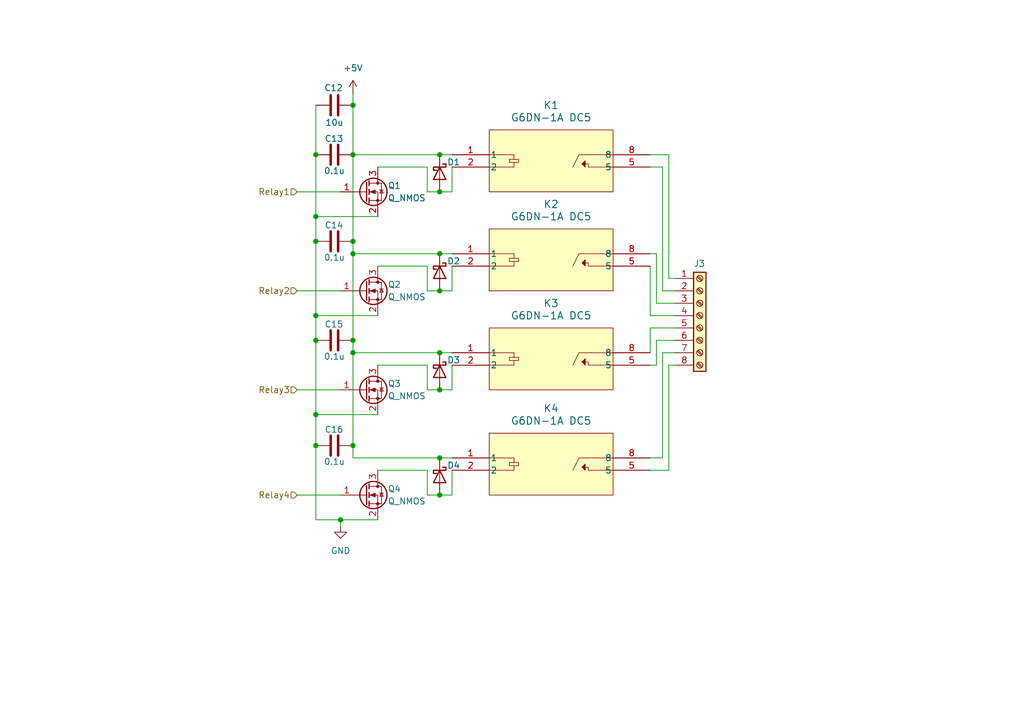
<source format=kicad_sch>
(kicad_sch (version 20250114) (generator "eeschema") (generator_version "9.0")
  (paper "A5")
  (title_block (title "Relays") (date "2026-02-15") (rev "2") (company "VIP Lightning From the Edge of Space"))
  (lib_symbols
    (symbol "Connector:Screw_Terminal_01x08" (pin_names (offset 1.016) (hide yes))
      (property "Reference" "J" (at 0 10.16 0))
      (property "Value" "Screw_Terminal_01x08" (at 0 -12.7 0))
      (symbol "Screw_Terminal_01x08_1_1"
        (rectangle (start -1.27 8.89) (end 1.27 -11.43) (stroke (width 0.254)) (fill (type background)))
        (polyline (pts (xy -0.5334 7.9502) (xy 0.3302 7.112)) (stroke (width 0.1524)))
        (polyline (pts (xy -0.5334 5.4102) (xy 0.3302 4.572)) (stroke (width 0.1524)))
        (polyline (pts (xy -0.5334 2.8702) (xy 0.3302 2.032)) (stroke (width 0.1524)))
        (polyline (pts (xy -0.5334 0.3302) (xy 0.3302 -0.508)) (stroke (width 0.1524)))
        (polyline (pts (xy -0.5334 -2.2098) (xy 0.3302 -3.048)) (stroke (width 0.1524)))
        (polyline (pts (xy -0.5334 -4.7498) (xy 0.3302 -5.588)) (stroke (width 0.1524)))
        (polyline (pts (xy -0.5334 -7.2898) (xy 0.3302 -8.128)) (stroke (width 0.1524)))
        (polyline (pts (xy -0.5334 -9.8298) (xy 0.3302 -10.668)) (stroke (width 0.1524)))
        (polyline (pts (xy -0.3556 8.128) (xy 0.508 7.2898)) (stroke (width 0.1524)))
        (polyline (pts (xy -0.3556 5.588) (xy 0.508 4.7498)) (stroke (width 0.1524)))
        (polyline (pts (xy -0.3556 3.048) (xy 0.508 2.2098)) (stroke (width 0.1524)))
        (polyline (pts (xy -0.3556 0.508) (xy 0.508 -0.3302)) (stroke (width 0.1524)))
        (polyline (pts (xy -0.3556 -2.032) (xy 0.508 -2.8702)) (stroke (width 0.1524)))
        (polyline (pts (xy -0.3556 -4.572) (xy 0.508 -5.4102)) (stroke (width 0.1524)))
        (polyline (pts (xy -0.3556 -7.112) (xy 0.508 -7.9502)) (stroke (width 0.1524)))
        (polyline (pts (xy -0.3556 -9.652) (xy 0.508 -10.4902)) (stroke (width 0.1524)))
        (circle (center 0 7.62) (radius 0.635) (stroke (width 0.1524)))
        (circle (center 0 5.08) (radius 0.635) (stroke (width 0.1524)))
        (circle (center 0 2.54) (radius 0.635) (stroke (width 0.1524)))
        (circle (center 0 0) (radius 0.635) (stroke (width 0.1524)))
        (circle (center 0 -2.54) (radius 0.635) (stroke (width 0.1524)))
        (circle (center 0 -5.08) (radius 0.635) (stroke (width 0.1524)))
        (circle (center 0 -7.62) (radius 0.635) (stroke (width 0.1524)))
        (circle (center 0 -10.16) (radius 0.635) (stroke (width 0.1524)))
        (pin passive line (at -5.08 7.62 0) (length 3.81) (name "Pin_1") (number "1"))
        (pin passive line (at -5.08 5.08 0) (length 3.81) (name "Pin_2") (number "2"))
        (pin passive line (at -5.08 2.54 0) (length 3.81) (name "Pin_3") (number "3"))
        (pin passive line (at -5.08 0 0) (length 3.81) (name "Pin_4") (number "4"))
        (pin passive line (at -5.08 -2.54 0) (length 3.81) (name "Pin_5") (number "5"))
        (pin passive line (at -5.08 -5.08 0) (length 3.81) (name "Pin_6") (number "6"))
        (pin passive line (at -5.08 -7.62 0) (length 3.81) (name "Pin_7") (number "7"))
        (pin passive line (at -5.08 -10.16 0) (length 3.81) (name "Pin_8") (number "8"))
      )
    )
    (symbol "Device:C" (pin_numbers (hide yes)) (pin_names (offset 0.254))
      (property "Reference" "C" (at 0.635 2.54 0))
      (property "Value" "C" (at 0.635 -2.54 0))
      (symbol "C_0_1"
        (polyline (pts (xy -2.032 0.762) (xy 2.032 0.762)) (stroke (width 0.508)))
        (polyline (pts (xy -2.032 -0.762) (xy 2.032 -0.762)) (stroke (width 0.508)))
      )
      (symbol "C_1_1"
        (pin passive line (at 0 3.81 270) (length 2.794) (name "~") (number "1"))
        (pin passive line (at 0 -3.81 90) (length 2.794) (name "~") (number "2"))
      )
    )
    (symbol "Device:D_Schottky" (pin_numbers (hide yes)) (pin_names (offset 1.016) (hide yes))
      (property "Reference" "D" (at 0 2.54 0))
      (property "Value" "D_Schottky" (at 0 -2.54 0))
      (symbol "D_Schottky_0_1"
        (polyline (pts (xy -1.905 0.635) (xy -1.905 1.27) (xy -1.27 1.27) (xy -1.27 -1.27) (xy -0.635 -1.27) (xy -0.635 -0.635)) (stroke (width 0.254)))
        (polyline (pts (xy 1.27 1.27) (xy 1.27 -1.27) (xy -1.27 0) (xy 1.27 1.27)) (stroke (width 0.254)))
        (polyline (pts (xy 1.27 0) (xy -1.27 0)))
      )
      (symbol "D_Schottky_1_1"
        (pin passive line (at -3.81 0 0) (length 2.54) (name "K") (number "1"))
        (pin passive line (at 3.81 0 180) (length 2.54) (name "A") (number "2"))
      )
    )
    (symbol "LEOS:G6DN-1A_DC5" (pin_names (offset 0.254))
      (property "Reference" "K1" (at 20.32 10.16 0))
      (property "Value" "G6DN-1A DC5" (at 20.32 7.62 0))
      (symbol "G6DN-1A_DC5_0_1"
        (polyline (pts (xy 7.62 0) (xy 12.7 0)) (stroke (width 0.127)))
        (polyline (pts (xy 7.62 -2.54) (xy 12.7 -2.54)) (stroke (width 0.127)))
        (polyline (pts (xy 11.7475 -0.9525) (xy 11.7475 -1.5875)) (stroke (width 0.127)))
        (polyline (pts (xy 11.7475 -0.9525) (xy 13.6525 -0.9525)) (stroke (width 0.127)))
        (polyline (pts (xy 11.7475 -1.5875) (xy 13.6525 -1.5875)) (stroke (width 0.127)))
        (polyline (pts (xy 12.7 0) (xy 12.7 -0.9525)) (stroke (width 0.127)))
        (polyline (pts (xy 12.7 -2.54) (xy 12.7 -1.5875)) (stroke (width 0.127)))
        (polyline (pts (xy 13.6525 -0.9525) (xy 13.6525 -1.5875)) (stroke (width 0.127)))
        (polyline (pts (xy 26.035 0) (xy 24.765 -2.54)) (stroke (width 0.127)))
        (polyline (pts (xy 26.67 -1.905) (xy 27.305 -1.27)) (stroke (width 0.127)))
        (polyline (pts (xy 26.67 -1.905) (xy 27.305 -2.54)) (stroke (width 0.127)))
        (polyline (pts (xy 26.67 -1.905) (xy 27.305 -1.27) (xy 27.305 -2.54)) (fill (type outline)))
        (polyline (pts (xy 27.305 -1.27) (xy 27.305 -2.54)) (stroke (width 0.127)))
        (polyline (pts (xy 27.305 -1.905) (xy 27.94 -1.905)) (stroke (width 0.127)))
        (polyline (pts (xy 27.94 -2.54) (xy 27.94 -1.905)) (stroke (width 0.127)))
        (polyline (pts (xy 27.94 -2.54) (xy 33.02 -2.54)) (stroke (width 0.127)))
        (polyline (pts (xy 33.02 0) (xy 26.035 0)) (stroke (width 0.127)))
      )
      (symbol "G6DN-1A_DC5_1_1"
        (rectangle (start 7.62 5.08) (end 33.02 -7.62) (fill (type background)))
        (pin passive line (at 0 0 0) (length 7.62) (name "1") (number "1"))
        (pin passive line (at 0 -2.54 0) (length 7.62) (name "2") (number "2"))
        (pin passive line (at 40.64 0 180) (length 7.62) (name "8") (number "8"))
        (pin passive line (at 40.64 -2.54 180) (length 7.62) (name "5") (number "5"))
      )
    )
    (symbol "Transistor_FET:Q_NMOS_GSD" (pin_names (offset 0) (hide yes))
      (property "Reference" "Q" (at 5.08 1.905 0))
      (property "Value" "Q_NMOS_GSD" (at 5.08 0 0))
      (symbol "Q_NMOS_GSD_0_1"
        (polyline (pts (xy 0.254 1.905) (xy 0.254 -1.905)) (stroke (width 0.254)))
        (polyline (pts (xy 0.254 0) (xy -2.54 0)))
        (polyline (pts (xy 0.762 2.286) (xy 0.762 1.27)) (stroke (width 0.254)))
        (polyline (pts (xy 0.762 0.508) (xy 0.762 -0.508)) (stroke (width 0.254)))
        (polyline (pts (xy 0.762 -1.27) (xy 0.762 -2.286)) (stroke (width 0.254)))
        (polyline (pts (xy 0.762 -1.778) (xy 3.302 -1.778) (xy 3.302 1.778) (xy 0.762 1.778)))
        (polyline (pts (xy 1.016 0) (xy 2.032 0.381) (xy 2.032 -0.381) (xy 1.016 0)) (fill (type outline)))
        (circle (center 1.651 0) (radius 2.794) (stroke (width 0.254)))
        (polyline (pts (xy 2.54 2.54) (xy 2.54 1.778)))
        (circle (center 2.54 1.778) (radius 0.254) (fill (type outline)))
        (circle (center 2.54 -1.778) (radius 0.254) (fill (type outline)))
        (polyline (pts (xy 2.54 -2.54) (xy 2.54 0) (xy 0.762 0)))
        (polyline (pts (xy 2.921 0.381) (xy 3.683 0.381)))
        (polyline (pts (xy 3.302 0.381) (xy 2.921 -0.254) (xy 3.683 -0.254) (xy 3.302 0.381)))
      )
      (symbol "Q_NMOS_GSD_1_1"
        (pin input line (at -5.08 0 0) (length 2.54) (name "G") (number "1"))
        (pin passive line (at 2.54 5.08 270) (length 2.54) (name "D") (number "3"))
        (pin passive line (at 2.54 -5.08 90) (length 2.54) (name "S") (number "2"))
      )
    )
    (symbol "power:+5V" (power) (pin_numbers (hide yes)) (pin_names (offset 0) (hide yes))
      (property "Value" "+5V" (at 0 3.556 0))
      (symbol "+5V_0_1"
        (polyline (pts (xy -0.762 1.27) (xy 0 2.54)))
        (polyline (pts (xy 0 2.54) (xy 0.762 1.27)))
        (polyline (pts (xy 0 0) (xy 0 2.54)))
      )
      (symbol "+5V_1_1"
        (pin power_in line (at 0 0 90) (length 0) (name "~") (number "1"))
      )
    )
    (symbol "power:GND" (power) (pin_numbers (hide yes)) (pin_names (offset 0) (hide yes))
      (property "Value" "GND" (at 0 -3.81 0))
      (symbol "GND_0_1"
        (polyline (pts (xy 0 0) (xy 0 -1.27) (xy 1.27 -1.27) (xy 0 -2.54) (xy -1.27 -1.27) (xy 0 -1.27)))
      )
      (symbol "GND_1_1"
        (pin power_in line (at 0 0 270) (length 0) (name "~") (number "1"))
      )
    )
  )
  (junction (at 72.39 31.75))
  (junction (at 90.17 80.01))
  (junction (at 64.77 64.77))
  (junction (at 72.39 52.07))
  (junction (at 64.77 91.44))
  (junction (at 64.77 69.85))
  (junction (at 72.39 69.85))
  (junction (at 64.77 31.75))
  (junction (at 72.39 49.53))
  (junction (at 90.17 93.98))
  (junction (at 72.39 72.39))
  (junction (at 64.77 49.53))
  (junction (at 69.85 106.68))
  (junction (at 72.39 21.59))
  (junction (at 90.17 101.6))
  (junction (at 90.17 59.69))
  (junction (at 90.17 31.75))
  (junction (at 90.17 72.39))
  (junction (at 64.77 44.45))
  (junction (at 90.17 52.07))
  (junction (at 90.17 39.37))
  (junction (at 64.77 85.09))
  (junction (at 72.39 91.44))
  (wire (pts (xy 135.89 59.69) (xy 138.43 59.69)))
  (wire (pts (xy 64.77 64.77) (xy 64.77 69.85)))
  (wire (pts (xy 87.63 39.37) (xy 87.63 34.29)))
  (wire (pts (xy 134.62 74.93) (xy 134.62 69.85)))
  (wire (pts (xy 137.16 96.52) (xy 137.16 74.93)))
  (wire (pts (xy 60.96 39.37) (xy 69.85 39.37)))
  (wire (pts (xy 72.39 93.98) (xy 90.17 93.98)))
  (wire (pts (xy 90.17 52.07) (xy 92.71 52.07)))
  (wire (pts (xy 72.39 72.39) (xy 72.39 69.85)))
  (wire (pts (xy 137.16 31.75) (xy 137.16 57.15)))
  (wire (pts (xy 92.71 74.93) (xy 92.71 80.01)))
  (wire (pts (xy 72.39 91.44) (xy 72.39 72.39)))
  (wire (pts (xy 133.35 93.98) (xy 135.89 93.98)))
  (wire (pts (xy 90.17 39.37) (xy 87.63 39.37)))
  (wire (pts (xy 133.35 67.31) (xy 138.43 67.31)))
  (wire (pts (xy 133.35 54.61) (xy 133.35 64.77)))
  (wire (pts (xy 87.63 54.61) (xy 87.63 59.69)))
  (wire (pts (xy 134.62 62.23) (xy 138.43 62.23)))
  (wire (pts (xy 90.17 31.75) (xy 92.71 31.75)))
  (wire (pts (xy 64.77 85.09) (xy 64.77 91.44)))
  (wire (pts (xy 64.77 91.44) (xy 64.77 106.68)))
  (wire (pts (xy 134.62 69.85) (xy 138.43 69.85)))
  (wire (pts (xy 64.77 44.45) (xy 64.77 49.53)))
  (wire (pts (xy 77.47 54.61) (xy 87.63 54.61)))
  (wire (pts (xy 72.39 19.05) (xy 72.39 21.59)))
  (wire (pts (xy 72.39 31.75) (xy 72.39 49.53)))
  (wire (pts (xy 87.63 80.01) (xy 87.63 74.93)))
  (wire (pts (xy 135.89 93.98) (xy 135.89 72.39)))
  (wire (pts (xy 64.77 85.09) (xy 77.47 85.09)))
  (wire (pts (xy 90.17 80.01) (xy 87.63 80.01)))
  (wire (pts (xy 90.17 101.6) (xy 87.63 101.6)))
  (wire (pts (xy 77.47 44.45) (xy 64.77 44.45)))
  (wire (pts (xy 87.63 34.29) (xy 77.47 34.29)))
  (wire (pts (xy 72.39 52.07) (xy 90.17 52.07)))
  (wire (pts (xy 90.17 72.39) (xy 92.71 72.39)))
  (wire (pts (xy 60.96 101.6) (xy 69.85 101.6)))
  (wire (pts (xy 133.35 34.29) (xy 135.89 34.29)))
  (wire (pts (xy 64.77 106.68) (xy 69.85 106.68)))
  (wire (pts (xy 72.39 21.59) (xy 72.39 31.75)))
  (wire (pts (xy 90.17 93.98) (xy 92.71 93.98)))
  (wire (pts (xy 133.35 52.07) (xy 134.62 52.07)))
  (wire (pts (xy 69.85 106.68) (xy 69.85 107.95)))
  (wire (pts (xy 133.35 31.75) (xy 137.16 31.75)))
  (wire (pts (xy 133.35 64.77) (xy 138.43 64.77)))
  (wire (pts (xy 72.39 31.75) (xy 90.17 31.75)))
  (wire (pts (xy 87.63 74.93) (xy 77.47 74.93)))
  (wire (pts (xy 72.39 93.98) (xy 72.39 91.44)))
  (wire (pts (xy 72.39 72.39) (xy 90.17 72.39)))
  (wire (pts (xy 64.77 69.85) (xy 64.77 85.09)))
  (wire (pts (xy 134.62 52.07) (xy 134.62 62.23)))
  (wire (pts (xy 92.71 101.6) (xy 90.17 101.6)))
  (wire (pts (xy 64.77 21.59) (xy 64.77 31.75)))
  (wire (pts (xy 137.16 57.15) (xy 138.43 57.15)))
  (wire (pts (xy 60.96 59.69) (xy 69.85 59.69)))
  (wire (pts (xy 64.77 31.75) (xy 64.77 44.45)))
  (wire (pts (xy 133.35 74.93) (xy 134.62 74.93)))
  (wire (pts (xy 87.63 96.52) (xy 77.47 96.52)))
  (wire (pts (xy 92.71 96.52) (xy 92.71 101.6)))
  (wire (pts (xy 64.77 64.77) (xy 77.47 64.77)))
  (wire (pts (xy 90.17 59.69) (xy 92.71 59.69)))
  (wire (pts (xy 60.96 80.01) (xy 69.85 80.01)))
  (wire (pts (xy 92.71 34.29) (xy 92.71 39.37)))
  (wire (pts (xy 72.39 69.85) (xy 72.39 52.07)))
  (wire (pts (xy 135.89 34.29) (xy 135.89 59.69)))
  (wire (pts (xy 69.85 106.68) (xy 77.47 106.68)))
  (wire (pts (xy 87.63 101.6) (xy 87.63 96.52)))
  (wire (pts (xy 92.71 59.69) (xy 92.71 54.61)))
  (wire (pts (xy 133.35 72.39) (xy 133.35 67.31)))
  (wire (pts (xy 135.89 72.39) (xy 138.43 72.39)))
  (wire (pts (xy 92.71 80.01) (xy 90.17 80.01)))
  (wire (pts (xy 72.39 49.53) (xy 72.39 52.07)))
  (wire (pts (xy 87.63 59.69) (xy 90.17 59.69)))
  (wire (pts (xy 92.71 39.37) (xy 90.17 39.37)))
  (wire (pts (xy 64.77 49.53) (xy 64.77 64.77)))
  (wire (pts (xy 137.16 74.93) (xy 138.43 74.93)))
  (wire (pts (xy 133.35 96.52) (xy 137.16 96.52)))
  (hierarchical_label "Relay3" (shape input) (at 60.96 80.01 180))
  (hierarchical_label "Relay1" (shape input) (at 60.96 39.37 180))
  (hierarchical_label "Relay2" (shape input) (at 60.96 59.69 180))
  (hierarchical_label "Relay4" (shape input) (at 60.96 101.6 180))
  (symbol (lib_id "Device:D_Schottky") (at 90.17 35.56 270) (unit 1)
    (property "Reference" "D1" (at 91.694 33.274 90) (effects (justify left)))
    (property "Value" "D_Schottky" (effects (hide yes)))
    (property "Footprint" "Diode_SMD:D_SMA" (effects (hide yes)))
    (property "Description" "Schottky diode" (effects (hide yes)))
    (property "MPN" "SS14" (effects (hide yes)))
    (property "Manufacturer" "onsemi" (effects (hide yes)))
    (property "LCSC" "C83852" (effects (hide yes)))
    (property "Digikey" "SS14CT-ND" (effects (hide yes)))
  )
  (symbol (lib_id "LEOS:G6DN-1A_DC5") (at 92.71 93.98 0) (unit 1)
    (property "Reference" "K4" (at 113.03 83.82 0) (effects (font (size 1.524 1.524))))
    (property "Value" "G6DN-1A DC5" (at 113.03 86.36 0) (effects (font (size 1.524 1.524))))
    (property "Footprint" "LEOS:RELAY_G6DN-1A_OMR" (effects (hide yes)))
    (property "Datasheet" "G6DN-1A DC5" (effects (hide yes)))
    (property "Description" "Slim 5VDC Relay" (effects (hide yes)))
    (property "MPN" " G6DN-1A DC5" (effects (hide yes)))
    (property "Manufacturer" "Omron Electronics" (effects (hide yes)))
    (property "Digikey" "39-G6DN-1ADC5-ND" (effects (hide yes)))
  )
  (symbol (lib_id "Device:C") (at 68.58 91.44 270) (unit 1)
    (property "Reference" "C16" (at 66.548 88.138 90) (effects (justify left)))
    (property "Value" "0.1u" (at 68.58 94.742 90))
    (property "Footprint" "Capacitor_SMD:C_0603_1608Metric" (effects (hide yes)))
    (property "Description" "Unpolarized capacitor" (effects (hide yes)))
    (property "MPN" "CL10B104KB8NNNL" (effects (hide yes)))
    (property "Manufacturer" "Samsung Electro-Mechanics" (effects (hide yes)))
    (property "LCSC" "C913912" (effects (hide yes)))
    (property "Digikey" "1276-CL10B104KB8NNNLCT-ND" (effects (hide yes)))
  )
  (symbol (lib_id "LEOS:G6DN-1A_DC5") (at 92.71 72.39 0) (unit 1)
    (property "Reference" "K3" (at 113.03 62.23 0) (effects (font (size 1.524 1.524))))
    (property "Value" "G6DN-1A DC5" (at 113.03 64.77 0) (effects (font (size 1.524 1.524))))
    (property "Footprint" "LEOS:RELAY_G6DN-1A_OMR" (effects (hide yes)))
    (property "Datasheet" "G6DN-1A DC5" (effects (hide yes)))
    (property "Description" "Slim 5VDC Relay" (effects (hide yes)))
    (property "MPN" " G6DN-1A DC5" (effects (hide yes)))
    (property "Manufacturer" "Omron Electronics" (effects (hide yes)))
    (property "Digikey" "39-G6DN-1ADC5-ND" (effects (hide yes)))
  )
  (symbol (lib_id "Device:C") (at 68.58 21.59 90) (unit 1)
    (property "Reference" "C12" (at 70.358 18.034 90) (effects (justify left)))
    (property "Value" "10u" (at 68.58 25.146 90))
    (property "Footprint" "Capacitor_SMD:C_0805_2012Metric" (effects (hide yes)))
    (property "Description" "Unpolarized capacitor" (effects (hide yes)))
    (property "MPN" "CL21B106KOQNNNE" (effects (hide yes)))
    (property "Manufacturer" "Samsung Electro-Mechanics" (effects (hide yes)))
    (property "LCSC" "C95841" (effects (hide yes)))
    (property "Digikey" "1276-2872-1-ND" (effects (hide yes)))
  )
  (symbol (lib_id "LEOS:G6DN-1A_DC5") (at 92.71 31.75 0) (unit 1)
    (property "Reference" "K1" (at 113.03 21.59 0) (effects (font (size 1.524 1.524))))
    (property "Value" "G6DN-1A DC5" (at 113.03 24.13 0) (effects (font (size 1.524 1.524))))
    (property "Footprint" "LEOS:RELAY_G6DN-1A_OMR" (effects (hide yes)))
    (property "Datasheet" "G6DN-1A DC5" (effects (hide yes)))
    (property "Description" "Slim 5VDC Relay" (effects (hide yes)))
    (property "MPN" " G6DN-1A DC5" (effects (hide yes)))
    (property "Manufacturer" "Omron Electronics" (effects (hide yes)))
    (property "Digikey" "39-G6DN-1ADC5-ND" (effects (hide yes)))
  )
  (symbol (lib_id "power:+5V") (at 72.39 19.05 0) (unit 1)
    (property "Reference" "#PWR017" (effects (hide yes)))
    (property "Value" "+5V" (at 72.39 13.97 0))
    (property "Description" "Power symbol creates a global label with name \"+5V\"" (effects (hide yes)))
  )
  (symbol (lib_id "Device:D_Schottky") (at 90.17 55.88 270) (unit 1)
    (property "Reference" "D2" (at 91.694 53.594 90) (effects (justify left)))
    (property "Value" "D_Schottky" (effects (hide yes)))
    (property "Footprint" "Diode_SMD:D_SMA" (effects (hide yes)))
    (property "Description" "Schottky diode" (effects (hide yes)))
    (property "MPN" "SS14" (effects (hide yes)))
    (property "Manufacturer" "onsemi" (effects (hide yes)))
    (property "LCSC" "C83852" (effects (hide yes)))
    (property "Digikey" "SS14CT-ND" (effects (hide yes)))
  )
  (symbol (lib_id "Device:D_Schottky") (at 90.17 76.2 270) (unit 1)
    (property "Reference" "D3" (at 91.694 73.914 90) (effects (justify left)))
    (property "Value" "D_Schottky" (effects (hide yes)))
    (property "Footprint" "Diode_SMD:D_SMA" (effects (hide yes)))
    (property "Description" "Schottky diode" (effects (hide yes)))
    (property "MPN" "SS14" (effects (hide yes)))
    (property "Manufacturer" "onsemi" (effects (hide yes)))
    (property "LCSC" "C83852" (effects (hide yes)))
    (property "Digikey" "SS14CT-ND" (effects (hide yes)))
  )
  (symbol (lib_id "Transistor_FET:Q_NMOS_GSD") (at 74.93 101.6 0) (unit 1)
    (property "Reference" "Q4" (at 79.502 100.33 0) (effects (justify left)))
    (property "Value" "Q_NMOS" (at 79.502 102.87 0) (effects (justify left)))
    (property "Footprint" "Package_TO_SOT_SMD:SOT-23" (effects (hide yes)))
    (property "Description" "N-MOSFET transistor, gate/source/drain" (effects (hide yes)))
    (property "MPN" "IRLML0030TRPBF" (effects (hide yes)))
    (property "Manufacturer" "Infineon Technologies" (effects (hide yes)))
    (property "LCSC" "C67272" (effects (hide yes)))
    (property "Digikey" "IRLML0030TRPBFCT-ND" (effects (hide yes)))
  )
  (symbol (lib_id "Device:C") (at 68.58 69.85 270) (unit 1)
    (property "Reference" "C15" (at 66.548 66.548 90) (effects (justify left)))
    (property "Value" "0.1u" (at 68.58 73.152 90))
    (property "Footprint" "Capacitor_SMD:C_0603_1608Metric" (effects (hide yes)))
    (property "Description" "Unpolarized capacitor" (effects (hide yes)))
    (property "MPN" "CL10B104KB8NNNL" (effects (hide yes)))
    (property "Manufacturer" "Samsung Electro-Mechanics" (effects (hide yes)))
    (property "LCSC" "C913912" (effects (hide yes)))
    (property "Digikey" "1276-CL10B104KB8NNNLCT-ND" (effects (hide yes)))
  )
  (symbol (lib_id "power:GND") (at 69.85 107.95 0) (unit 1)
    (property "Reference" "#PWR07" (effects (hide yes)))
    (property "Value" "GND" (at 69.85 113.03 0))
    (property "Description" "Power symbol creates a global label with name \"GND\" , ground" (effects (hide yes)))
  )
  (symbol (lib_id "LEOS:G6DN-1A_DC5") (at 92.71 52.07 0) (unit 1)
    (property "Reference" "K2" (at 113.03 41.91 0) (effects (font (size 1.524 1.524))))
    (property "Value" "G6DN-1A DC5" (at 113.03 44.45 0) (effects (font (size 1.524 1.524))))
    (property "Footprint" "LEOS:RELAY_G6DN-1A_OMR" (effects (hide yes)))
    (property "Datasheet" "G6DN-1A DC5" (effects (hide yes)))
    (property "Description" "Slim 5VDC Relay" (effects (hide yes)))
    (property "MPN" " G6DN-1A DC5" (effects (hide yes)))
    (property "Manufacturer" "Omron Electronics" (effects (hide yes)))
    (property "Digikey" "39-G6DN-1ADC5-ND" (effects (hide yes)))
  )
  (symbol (lib_id "Device:C") (at 68.58 31.75 270) (unit 1)
    (property "Reference" "C13" (at 66.548 28.448 90) (effects (justify left)))
    (property "Value" "0.1u" (at 68.58 35.052 90))
    (property "Footprint" "Capacitor_SMD:C_0603_1608Metric" (effects (hide yes)))
    (property "Description" "Unpolarized capacitor" (effects (hide yes)))
    (property "MPN" "CL10B104KB8NNNL" (effects (hide yes)))
    (property "Manufacturer" "Samsung Electro-Mechanics" (effects (hide yes)))
    (property "LCSC" "C913912" (effects (hide yes)))
    (property "Digikey" "1276-CL10B104KB8NNNLCT-ND" (effects (hide yes)))
  )
  (symbol (lib_id "Device:C") (at 68.58 49.53 270) (unit 1)
    (property "Reference" "C14" (at 66.548 46.228 90) (effects (justify left)))
    (property "Value" "0.1u" (at 68.58 52.832 90))
    (property "Footprint" "Capacitor_SMD:C_0603_1608Metric" (effects (hide yes)))
    (property "Description" "Unpolarized capacitor" (effects (hide yes)))
    (property "MPN" "CL10B104KB8NNNL" (effects (hide yes)))
    (property "Manufacturer" "Samsung Electro-Mechanics" (effects (hide yes)))
    (property "LCSC" "C913912" (effects (hide yes)))
    (property "Digikey" "1276-CL10B104KB8NNNLCT-ND" (effects (hide yes)))
  )
  (symbol (lib_id "Transistor_FET:Q_NMOS_GSD") (at 74.93 80.01 0) (unit 1)
    (property "Reference" "Q3" (at 79.502 78.74 0) (effects (justify left)))
    (property "Value" "Q_NMOS" (at 79.502 81.28 0) (effects (justify left)))
    (property "Footprint" "Package_TO_SOT_SMD:SOT-23" (effects (hide yes)))
    (property "Description" "N-MOSFET transistor, gate/source/drain" (effects (hide yes)))
    (property "MPN" "IRLML0030TRPBF" (effects (hide yes)))
    (property "Manufacturer" "Infineon Technologies" (effects (hide yes)))
    (property "LCSC" "C67272" (effects (hide yes)))
    (property "Digikey" "IRLML0030TRPBFCT-ND" (effects (hide yes)))
  )
  (symbol (lib_id "Connector:Screw_Terminal_01x08") (at 143.51 64.77 0) (unit 1)
    (property "Reference" "J3" (at 142.24 54.102 0) (effects (justify left)))
    (property "Value" "Screw_Terminal_01x08" (effects (hide yes)))
    (property "Footprint" "TerminalBlock_Phoenix:TerminalBlock_Phoenix_MKDS-1,5-8-5.08_1x08_P5.08mm_Horizontal" (effects (hide yes)))
    (property "Description" "Generic screw terminal, single row, 01x08, script generated (kicad-library-utils/schlib/autogen/connector/)" (effects (hide yes)))
    (property "MPN" "1715789" (effects (hide yes)))
    (property "Manufacturer" "Phoenix Contact" (effects (hide yes)))
    (property "Digikey" "  277-1266-ND" (effects (hide yes)))
  )
  (symbol (lib_id "Transistor_FET:Q_NMOS_GSD") (at 74.93 59.69 0) (unit 1)
    (property "Reference" "Q2" (at 79.502 58.42 0) (effects (justify left)))
    (property "Value" "Q_NMOS" (at 79.502 60.96 0) (effects (justify left)))
    (property "Footprint" "Package_TO_SOT_SMD:SOT-23" (effects (hide yes)))
    (property "Description" "N-MOSFET transistor, gate/source/drain" (effects (hide yes)))
    (property "MPN" "IRLML0030TRPBF" (effects (hide yes)))
    (property "Manufacturer" "Infineon Technologies" (effects (hide yes)))
    (property "LCSC" "C67272" (effects (hide yes)))
    (property "Digikey" "IRLML0030TRPBFCT-ND" (effects (hide yes)))
  )
  (symbol (lib_id "Transistor_FET:Q_NMOS_GSD") (at 74.93 39.37 0) (unit 1)
    (property "Reference" "Q1" (at 79.502 38.1 0) (effects (justify left)))
    (property "Value" "Q_NMOS" (at 79.502 40.64 0) (effects (justify left)))
    (property "Footprint" "Package_TO_SOT_SMD:SOT-23" (effects (hide yes)))
    (property "Description" "N-MOSFET transistor, gate/source/drain" (effects (hide yes)))
    (property "MPN" "IRLML0030TRPBF" (effects (hide yes)))
    (property "Manufacturer" "Infineon Technologies" (effects (hide yes)))
    (property "LCSC" "C67272" (effects (hide yes)))
    (property "Digikey" "IRLML0030TRPBFCT-ND" (effects (hide yes)))
  )
  (symbol (lib_id "Device:D_Schottky") (at 90.17 97.79 270) (unit 1)
    (property "Reference" "D4" (at 91.694 95.504 90) (effects (justify left)))
    (property "Value" "D_Schottky" (effects (hide yes)))
    (property "Footprint" "Diode_SMD:D_SMA" (effects (hide yes)))
    (property "Description" "Schottky diode" (effects (hide yes)))
    (property "MPN" "SS14" (effects (hide yes)))
    (property "Manufacturer" "onsemi" (effects (hide yes)))
    (property "LCSC" "C83852" (effects (hide yes)))
    (property "Digikey" "SS14CT-ND" (effects (hide yes)))
  )
)
</source>
